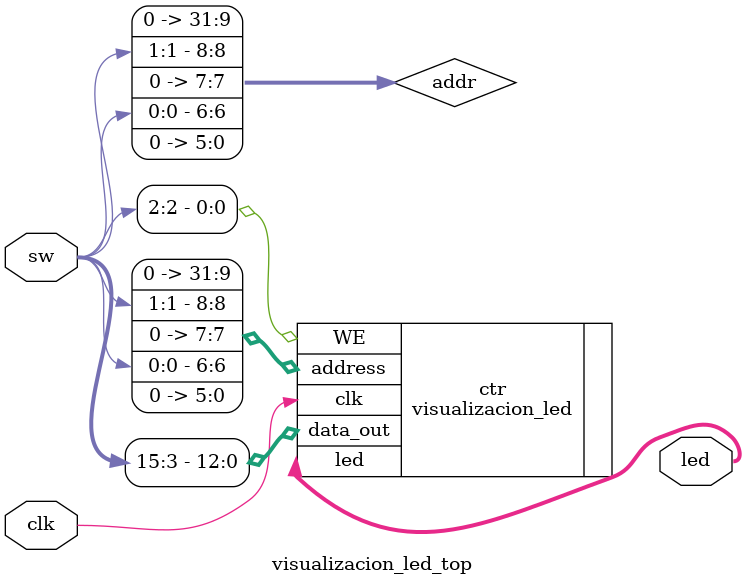
<source format=v>
`timescale 1ns / 1ps

module visualizacion_led_top (
    sw, led, clk
);
	input         [15:0] sw;
	input               clk;
	output        [15:0] led;

wire [31:0] addr;
assign addr  = {sw[1], 1'b0, sw[0], 6'b0000};
                
visualizacion_led ctr(.led(led),
                      .address(addr), 
                      .clk(clk),
                      .data_out(sw[15:3]),
                      .WE(sw[2])
                       );

endmodule

</source>
